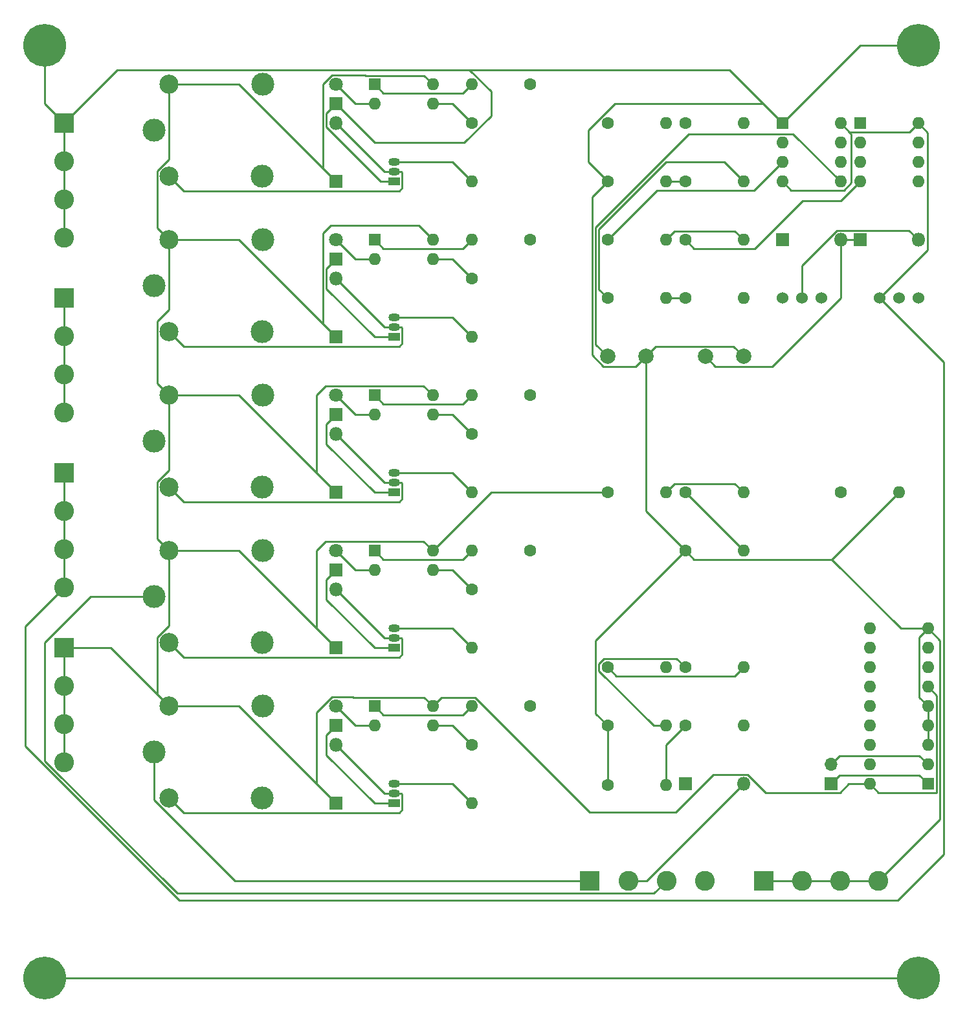
<source format=gbr>
%TF.GenerationSoftware,KiCad,Pcbnew,7.0.7-7.0.7~ubuntu22.04.1*%
%TF.CreationDate,2023-08-30T14:27:08-06:00*%
%TF.ProjectId,PWM_PCB,50574d5f-5043-4422-9e6b-696361645f70,rev?*%
%TF.SameCoordinates,Original*%
%TF.FileFunction,Copper,L1,Top*%
%TF.FilePolarity,Positive*%
%FSLAX46Y46*%
G04 Gerber Fmt 4.6, Leading zero omitted, Abs format (unit mm)*
G04 Created by KiCad (PCBNEW 7.0.7-7.0.7~ubuntu22.04.1) date 2023-08-30 14:27:08*
%MOMM*%
%LPD*%
G01*
G04 APERTURE LIST*
%TA.AperFunction,ComponentPad*%
%ADD10C,1.600000*%
%TD*%
%TA.AperFunction,ComponentPad*%
%ADD11O,1.600000X1.600000*%
%TD*%
%TA.AperFunction,ComponentPad*%
%ADD12R,1.600000X1.600000*%
%TD*%
%TA.AperFunction,ComponentPad*%
%ADD13R,1.800000X1.800000*%
%TD*%
%TA.AperFunction,ComponentPad*%
%ADD14O,1.800000X1.800000*%
%TD*%
%TA.AperFunction,ComponentPad*%
%ADD15C,1.524000*%
%TD*%
%TA.AperFunction,ComponentPad*%
%ADD16C,3.000000*%
%TD*%
%TA.AperFunction,ComponentPad*%
%ADD17C,2.500000*%
%TD*%
%TA.AperFunction,ComponentPad*%
%ADD18R,2.600000X2.600000*%
%TD*%
%TA.AperFunction,ComponentPad*%
%ADD19C,2.600000*%
%TD*%
%TA.AperFunction,ComponentPad*%
%ADD20C,5.600000*%
%TD*%
%TA.AperFunction,ComponentPad*%
%ADD21C,2.000000*%
%TD*%
%TA.AperFunction,ComponentPad*%
%ADD22R,1.500000X1.050000*%
%TD*%
%TA.AperFunction,ComponentPad*%
%ADD23O,1.500000X1.050000*%
%TD*%
%TA.AperFunction,ComponentPad*%
%ADD24R,1.700000X1.700000*%
%TD*%
%TA.AperFunction,ComponentPad*%
%ADD25O,1.700000X1.700000*%
%TD*%
%TA.AperFunction,ComponentPad*%
%ADD26C,1.800000*%
%TD*%
%TA.AperFunction,Conductor*%
%ADD27C,0.250000*%
%TD*%
G04 APERTURE END LIST*
D10*
%TO.P,R5,1*%
%TO.N,Net-(D10-K)*%
X162560000Y-45720000D03*
D11*
%TO.P,R5,2*%
%TO.N,Net-(R5-Pad2)*%
X170180000Y-45720000D03*
%TD*%
D12*
%TO.P,U3,1,SCL*%
%TO.N,Net-(J5-Pin_1)*%
X204470000Y-124460000D03*
D11*
%TO.P,U3,2,SDA*%
%TO.N,Net-(J5-Pin_2)*%
X204470000Y-121920000D03*
%TO.P,U3,3,A2*%
%TO.N,Net-(D10-K)*%
X204470000Y-119380000D03*
%TO.P,U3,4,A1*%
X204470000Y-116840000D03*
%TO.P,U3,5,A0*%
X204470000Y-114300000D03*
%TO.P,U3,6,~{RESET}*%
%TO.N,Net-(D11-K)*%
X204470000Y-111760000D03*
%TO.P,U3,7,NC*%
%TO.N,unconnected-(U3-NC-Pad7)*%
X204470000Y-109220000D03*
%TO.P,U3,8,INT*%
%TO.N,unconnected-(U3-INT-Pad8)*%
X204470000Y-106680000D03*
%TO.P,U3,9,VSS*%
%TO.N,Net-(D10-K)*%
X204470000Y-104140000D03*
%TO.P,U3,10,GP0*%
%TO.N,Net-(U3-GP0)*%
X196850000Y-104140000D03*
%TO.P,U3,11,GP1*%
%TO.N,Net-(U3-GP1)*%
X196850000Y-106680000D03*
%TO.P,U3,12,GP2*%
%TO.N,Net-(U3-GP2)*%
X196850000Y-109220000D03*
%TO.P,U3,13,GP3*%
%TO.N,Net-(U3-GP3)*%
X196850000Y-111760000D03*
%TO.P,U3,14,GP4*%
%TO.N,Net-(U3-GP4)*%
X196850000Y-114300000D03*
%TO.P,U3,15,GP5*%
%TO.N,unconnected-(U3-GP5-Pad15)*%
X196850000Y-116840000D03*
%TO.P,U3,16,GP6*%
%TO.N,unconnected-(U3-GP6-Pad16)*%
X196850000Y-119380000D03*
%TO.P,U3,17,GP7*%
%TO.N,unconnected-(U3-GP7-Pad17)*%
X196850000Y-121920000D03*
%TO.P,U3,18,VDD*%
%TO.N,Net-(D11-K)*%
X196850000Y-124460000D03*
%TD*%
D13*
%TO.P,D13,1,K*%
%TO.N,Net-(D11-K)*%
X127000000Y-127000000D03*
D14*
%TO.P,D13,2,A*%
%TO.N,Net-(D13-A)*%
X127000000Y-119380000D03*
%TD*%
D12*
%TO.P,U2,1*%
%TO.N,Net-(R10-Pad2)*%
X195580000Y-38100000D03*
D11*
%TO.P,U2,2,-*%
%TO.N,Net-(U2--)*%
X195580000Y-40640000D03*
%TO.P,U2,3,+*%
%TO.N,Net-(U2-+)*%
X195580000Y-43180000D03*
%TO.P,U2,4,V-*%
%TO.N,Net-(J6-Pin_1)*%
X195580000Y-45720000D03*
%TO.P,U2,5*%
%TO.N,N/C*%
X203200000Y-45720000D03*
%TO.P,U2,6*%
X203200000Y-43180000D03*
%TO.P,U2,7*%
X203200000Y-40640000D03*
%TO.P,U2,8,V+*%
%TO.N,Net-(J4-Pin_1)*%
X203200000Y-38100000D03*
%TD*%
D12*
%TO.P,U8,1*%
%TO.N,Net-(R24-Pad2)*%
X132080000Y-114300000D03*
D11*
%TO.P,U8,2*%
%TO.N,Net-(D10-A)*%
X132080000Y-116840000D03*
%TO.P,U8,3*%
%TO.N,Net-(R27-Pad1)*%
X139700000Y-116840000D03*
%TO.P,U8,4*%
%TO.N,Net-(D11-K)*%
X139700000Y-114300000D03*
%TD*%
D10*
%TO.P,R9,1*%
%TO.N,Net-(J6-Pin_1)*%
X172720000Y-53340000D03*
D11*
%TO.P,R9,2*%
%TO.N,Net-(U2-+)*%
X180340000Y-53340000D03*
%TD*%
D13*
%TO.P,D4,1,K*%
%TO.N,Net-(D11-K)*%
X127000000Y-45720000D03*
D14*
%TO.P,D4,2,A*%
%TO.N,Net-(D4-A)*%
X127000000Y-38100000D03*
%TD*%
D10*
%TO.P,R27,1*%
%TO.N,Net-(R27-Pad1)*%
X144780000Y-119380000D03*
D11*
%TO.P,R27,2*%
%TO.N,Net-(Q5-B)*%
X144780000Y-127000000D03*
%TD*%
D10*
%TO.P,R18,1*%
%TO.N,Net-(R18-Pad1)*%
X144780000Y-38100000D03*
D11*
%TO.P,R18,2*%
%TO.N,Net-(Q1-B)*%
X144780000Y-45720000D03*
%TD*%
D10*
%TO.P,R26,1*%
%TO.N,Net-(R26-Pad1)*%
X144780000Y-99060000D03*
D11*
%TO.P,R26,2*%
%TO.N,Net-(Q4-B)*%
X144780000Y-106680000D03*
%TD*%
D15*
%TO.P,RV1,1,1*%
%TO.N,unconnected-(RV1-Pad1)*%
X185420000Y-60960000D03*
%TO.P,RV1,2,2*%
%TO.N,Net-(D1-A)*%
X187960000Y-60960000D03*
%TO.P,RV1,3,3*%
%TO.N,Net-(R1-Pad1)*%
X190500000Y-60960000D03*
%TD*%
D10*
%TO.P,R12,1*%
%TO.N,Net-(K4-Pad3)*%
X193040000Y-86360000D03*
D11*
%TO.P,R12,2*%
%TO.N,Net-(D10-K)*%
X200660000Y-86360000D03*
%TD*%
D13*
%TO.P,D12,1,K*%
%TO.N,Net-(D11-K)*%
X127000000Y-106680000D03*
D14*
%TO.P,D12,2,A*%
%TO.N,Net-(D12-A)*%
X127000000Y-99060000D03*
%TD*%
D16*
%TO.P,K3,1*%
%TO.N,Net-(K2-Pad3)*%
X103260000Y-79610000D03*
D17*
%TO.P,K3,2*%
%TO.N,Net-(D11-A)*%
X105210000Y-85660000D03*
D16*
%TO.P,K3,3*%
%TO.N,Net-(K3-Pad3)*%
X117410000Y-85660000D03*
%TO.P,K3,4*%
%TO.N,unconnected-(K3-Pad4)*%
X117460000Y-73610000D03*
D17*
%TO.P,K3,5*%
%TO.N,Net-(D11-K)*%
X105210000Y-73660000D03*
%TD*%
D10*
%TO.P,R8,1*%
%TO.N,Net-(U1-OUT)*%
X162560000Y-53340000D03*
D11*
%TO.P,R8,2*%
%TO.N,Net-(U2-+)*%
X170180000Y-53340000D03*
%TD*%
D15*
%TO.P,RV2,1,1*%
%TO.N,Net-(J4-Pin_1)*%
X198120000Y-60960000D03*
%TO.P,RV2,2,2*%
%TO.N,Net-(R2-Pad1)*%
X200660000Y-60960000D03*
%TO.P,RV2,3,3*%
%TO.N,unconnected-(RV2-Pad3)*%
X203200000Y-60960000D03*
%TD*%
D18*
%TO.P,J1,1,Pin_1*%
%TO.N,Net-(J1-Pin_1)*%
X160260000Y-137160000D03*
D19*
%TO.P,J1,2,Pin_2*%
%TO.N,Net-(D3-A)*%
X165260000Y-137160000D03*
%TO.P,J1,3,Pin_3*%
%TO.N,Net-(J1-Pin_3)*%
X170260000Y-137160000D03*
%TO.P,J1,4,Pin_4*%
%TO.N,Net-(J1-Pin_4)*%
X175260000Y-137160000D03*
%TD*%
D20*
%TO.P,,1*%
%TO.N,Net-(D10-K)*%
X203200000Y-27940000D03*
%TD*%
D18*
%TO.P,J6,1,Pin_1*%
%TO.N,Net-(J6-Pin_1)*%
X91440000Y-60960000D03*
D19*
%TO.P,J6,2,Pin_2*%
X91440000Y-65960000D03*
%TO.P,J6,3,Pin_3*%
X91440000Y-70960000D03*
%TO.P,J6,4,Pin_4*%
X91440000Y-75960000D03*
%TD*%
D10*
%TO.P,R20,1*%
%TO.N,Net-(U3-GP0)*%
X152400000Y-33020000D03*
D11*
%TO.P,R20,2*%
%TO.N,Net-(R20-Pad2)*%
X144780000Y-33020000D03*
%TD*%
D18*
%TO.P,J4,1,Pin_1*%
%TO.N,Net-(J4-Pin_1)*%
X91440000Y-83820000D03*
D19*
%TO.P,J4,2,Pin_2*%
X91440000Y-88820000D03*
%TO.P,J4,3,Pin_3*%
X91440000Y-93820000D03*
%TO.P,J4,4,Pin_4*%
X91440000Y-98820000D03*
%TD*%
D10*
%TO.P,R3,1*%
%TO.N,Net-(R3-Pad1)*%
X172720000Y-86360000D03*
D11*
%TO.P,R3,2*%
%TO.N,Net-(K5-Pad3)*%
X180340000Y-86360000D03*
%TD*%
D12*
%TO.P,U5,1*%
%TO.N,Net-(R21-Pad2)*%
X132080000Y-53340000D03*
D11*
%TO.P,U5,2*%
%TO.N,Net-(D7-A)*%
X132080000Y-55880000D03*
%TO.P,U5,3*%
%TO.N,Net-(R19-Pad1)*%
X139700000Y-55880000D03*
%TO.P,U5,4*%
%TO.N,Net-(D11-K)*%
X139700000Y-53340000D03*
%TD*%
D16*
%TO.P,K5,1*%
%TO.N,Net-(J1-Pin_1)*%
X103260000Y-120250000D03*
D17*
%TO.P,K5,2*%
%TO.N,Net-(D13-A)*%
X105210000Y-126300000D03*
D16*
%TO.P,K5,3*%
%TO.N,Net-(K5-Pad3)*%
X117410000Y-126300000D03*
%TO.P,K5,4*%
%TO.N,unconnected-(K5-Pad4)*%
X117460000Y-114250000D03*
D17*
%TO.P,K5,5*%
%TO.N,Net-(D11-K)*%
X105210000Y-114300000D03*
%TD*%
D10*
%TO.P,R22,1*%
%TO.N,Net-(U3-GP2)*%
X152400000Y-73660000D03*
D11*
%TO.P,R22,2*%
%TO.N,Net-(R22-Pad2)*%
X144780000Y-73660000D03*
%TD*%
D10*
%TO.P,R25,1*%
%TO.N,Net-(R25-Pad1)*%
X144780000Y-78740000D03*
D11*
%TO.P,R25,2*%
%TO.N,Net-(Q3-B)*%
X144780000Y-86360000D03*
%TD*%
D21*
%TO.P,C2,1*%
%TO.N,Net-(D1-K)*%
X175340000Y-68580000D03*
%TO.P,C2,2*%
%TO.N,Net-(D10-K)*%
X180340000Y-68580000D03*
%TD*%
D22*
%TO.P,Q4,1,E*%
%TO.N,Net-(D10-K)*%
X134620000Y-106680000D03*
D23*
%TO.P,Q4,2,C*%
%TO.N,Net-(D12-A)*%
X134620000Y-105410000D03*
%TO.P,Q4,3,B*%
%TO.N,Net-(Q4-B)*%
X134620000Y-104140000D03*
%TD*%
D10*
%TO.P,R4,1*%
%TO.N,Net-(D11-K)*%
X162560000Y-86360000D03*
D11*
%TO.P,R4,2*%
%TO.N,Net-(K5-Pad3)*%
X170180000Y-86360000D03*
%TD*%
D12*
%TO.P,U4,1*%
%TO.N,Net-(R20-Pad2)*%
X132080000Y-33020000D03*
D11*
%TO.P,U4,2*%
%TO.N,Net-(D6-A)*%
X132080000Y-35560000D03*
%TO.P,U4,3*%
%TO.N,Net-(R18-Pad1)*%
X139700000Y-35560000D03*
%TO.P,U4,4*%
%TO.N,Net-(D11-K)*%
X139700000Y-33020000D03*
%TD*%
D13*
%TO.P,D11,1,K*%
%TO.N,Net-(D11-K)*%
X127000000Y-86360000D03*
D14*
%TO.P,D11,2,A*%
%TO.N,Net-(D11-A)*%
X127000000Y-78740000D03*
%TD*%
D10*
%TO.P,R16,1*%
%TO.N,Net-(R16-Pad1)*%
X172720000Y-116840000D03*
D11*
%TO.P,R16,2*%
%TO.N,Net-(K3-Pad3)*%
X180340000Y-116840000D03*
%TD*%
D24*
%TO.P,J5,1,Pin_1*%
%TO.N,Net-(J5-Pin_1)*%
X191770000Y-124460000D03*
D25*
%TO.P,J5,2,Pin_2*%
%TO.N,Net-(J5-Pin_2)*%
X191770000Y-121920000D03*
%TD*%
D10*
%TO.P,R6,1*%
%TO.N,Net-(D10-K)*%
X172720000Y-93980000D03*
D11*
%TO.P,R6,2*%
%TO.N,Net-(R3-Pad1)*%
X180340000Y-93980000D03*
%TD*%
D18*
%TO.P,J2,1,Pin_1*%
%TO.N,Net-(D10-K)*%
X183000000Y-137160000D03*
D19*
%TO.P,J2,2,Pin_2*%
X188000000Y-137160000D03*
%TO.P,J2,3,Pin_3*%
X193000000Y-137160000D03*
%TO.P,J2,4,Pin_4*%
X198000000Y-137160000D03*
%TD*%
D13*
%TO.P,D2,1,K*%
%TO.N,Net-(D2-K)*%
X185420000Y-53340000D03*
D14*
%TO.P,D2,2,A*%
%TO.N,Net-(D1-K)*%
X193040000Y-53340000D03*
%TD*%
D16*
%TO.P,K4,1*%
%TO.N,Net-(J1-Pin_3)*%
X103260000Y-99930000D03*
D17*
%TO.P,K4,2*%
%TO.N,Net-(D12-A)*%
X105210000Y-105980000D03*
D16*
%TO.P,K4,3*%
%TO.N,Net-(K4-Pad3)*%
X117410000Y-105980000D03*
%TO.P,K4,4*%
%TO.N,unconnected-(K4-Pad4)*%
X117460000Y-93930000D03*
D17*
%TO.P,K4,5*%
%TO.N,Net-(D11-K)*%
X105210000Y-93980000D03*
%TD*%
D10*
%TO.P,R14,1*%
%TO.N,Net-(R14-Pad1)*%
X172720000Y-109220000D03*
D11*
%TO.P,R14,2*%
%TO.N,Net-(R13-Pad1)*%
X180340000Y-109220000D03*
%TD*%
D22*
%TO.P,Q1,1,E*%
%TO.N,Net-(D10-K)*%
X134620000Y-45720000D03*
D23*
%TO.P,Q1,2,C*%
%TO.N,Net-(D4-A)*%
X134620000Y-44450000D03*
%TO.P,Q1,3,B*%
%TO.N,Net-(Q1-B)*%
X134620000Y-43180000D03*
%TD*%
D13*
%TO.P,D9,1,K*%
%TO.N,Net-(D10-K)*%
X127000000Y-96520000D03*
D26*
%TO.P,D9,2,A*%
%TO.N,Net-(D9-A)*%
X127000000Y-93980000D03*
%TD*%
D10*
%TO.P,R15,1*%
%TO.N,Net-(D10-K)*%
X162560000Y-116840000D03*
D11*
%TO.P,R15,2*%
%TO.N,Net-(R14-Pad1)*%
X170180000Y-116840000D03*
%TD*%
D13*
%TO.P,D7,1,K*%
%TO.N,Net-(D10-K)*%
X127000000Y-55880000D03*
D26*
%TO.P,D7,2,A*%
%TO.N,Net-(D7-A)*%
X127000000Y-53340000D03*
%TD*%
D10*
%TO.P,R17,1*%
%TO.N,Net-(D10-K)*%
X162560000Y-124630000D03*
D11*
%TO.P,R17,2*%
%TO.N,Net-(R16-Pad1)*%
X170180000Y-124630000D03*
%TD*%
D22*
%TO.P,Q2,1,E*%
%TO.N,Net-(D10-K)*%
X134620000Y-66040000D03*
D23*
%TO.P,Q2,2,C*%
%TO.N,Net-(D5-A)*%
X134620000Y-64770000D03*
%TO.P,Q2,3,B*%
%TO.N,Net-(Q2-B)*%
X134620000Y-63500000D03*
%TD*%
D10*
%TO.P,R10,1*%
%TO.N,Net-(U2--)*%
X162560000Y-60960000D03*
D11*
%TO.P,R10,2*%
%TO.N,Net-(R10-Pad2)*%
X170180000Y-60960000D03*
%TD*%
D13*
%TO.P,D8,1,K*%
%TO.N,Net-(D10-K)*%
X127000000Y-76200000D03*
D26*
%TO.P,D8,2,A*%
%TO.N,Net-(D8-A)*%
X127000000Y-73660000D03*
%TD*%
D22*
%TO.P,Q5,1,E*%
%TO.N,Net-(D10-K)*%
X134620000Y-127000000D03*
D23*
%TO.P,Q5,2,C*%
%TO.N,Net-(D13-A)*%
X134620000Y-125730000D03*
%TO.P,Q5,3,B*%
%TO.N,Net-(Q5-B)*%
X134620000Y-124460000D03*
%TD*%
D10*
%TO.P,R21,1*%
%TO.N,Net-(U3-GP1)*%
X152400000Y-53340000D03*
D11*
%TO.P,R21,2*%
%TO.N,Net-(R21-Pad2)*%
X144780000Y-53340000D03*
%TD*%
D13*
%TO.P,D3,1,K*%
%TO.N,Net-(D3-K)*%
X172720000Y-124460000D03*
D14*
%TO.P,D3,2,A*%
%TO.N,Net-(D3-A)*%
X180340000Y-124460000D03*
%TD*%
D13*
%TO.P,D5,1,K*%
%TO.N,Net-(D11-K)*%
X127000000Y-66040000D03*
D14*
%TO.P,D5,2,A*%
%TO.N,Net-(D5-A)*%
X127000000Y-58420000D03*
%TD*%
D16*
%TO.P,K1,1*%
%TO.N,Net-(K1-Pad1)*%
X103260000Y-38970000D03*
D17*
%TO.P,K1,2*%
%TO.N,Net-(D4-A)*%
X105210000Y-45020000D03*
D16*
%TO.P,K1,3*%
%TO.N,Net-(J1-Pin_4)*%
X117410000Y-45020000D03*
%TO.P,K1,4*%
%TO.N,unconnected-(K1-Pad4)*%
X117460000Y-32970000D03*
D17*
%TO.P,K1,5*%
%TO.N,Net-(D11-K)*%
X105210000Y-33020000D03*
%TD*%
D10*
%TO.P,R13,1*%
%TO.N,Net-(R13-Pad1)*%
X162560000Y-109220000D03*
D11*
%TO.P,R13,2*%
%TO.N,Net-(K2-Pad3)*%
X170180000Y-109220000D03*
%TD*%
D18*
%TO.P,J3,1,Pin_1*%
%TO.N,Net-(D10-K)*%
X91440000Y-38100000D03*
D19*
%TO.P,J3,2,Pin_2*%
X91440000Y-43100000D03*
%TO.P,J3,3,Pin_3*%
X91440000Y-48100000D03*
%TO.P,J3,4,Pin_4*%
X91440000Y-53100000D03*
%TD*%
D12*
%TO.P,U1,1,GND*%
%TO.N,Net-(D10-K)*%
X185420000Y-38100000D03*
D11*
%TO.P,U1,2,TR*%
%TO.N,Net-(D1-K)*%
X185420000Y-40640000D03*
%TO.P,U1,3,OUT*%
%TO.N,Net-(U1-OUT)*%
X185420000Y-43180000D03*
%TO.P,U1,4,RST*%
%TO.N,Net-(J4-Pin_1)*%
X185420000Y-45720000D03*
%TO.P,U1,5,CTL*%
%TO.N,Net-(U1-CTL)*%
X193040000Y-45720000D03*
%TO.P,U1,6,TH*%
%TO.N,Net-(D1-K)*%
X193040000Y-43180000D03*
%TO.P,U1,7,DIS*%
%TO.N,Net-(D1-A)*%
X193040000Y-40640000D03*
%TO.P,U1,8,VCC*%
%TO.N,Net-(J4-Pin_1)*%
X193040000Y-38100000D03*
%TD*%
D12*
%TO.P,U7,1*%
%TO.N,Net-(R23-Pad2)*%
X132080000Y-93980000D03*
D11*
%TO.P,U7,2*%
%TO.N,Net-(D9-A)*%
X132080000Y-96520000D03*
%TO.P,U7,3*%
%TO.N,Net-(R26-Pad1)*%
X139700000Y-96520000D03*
%TO.P,U7,4*%
%TO.N,Net-(D11-K)*%
X139700000Y-93980000D03*
%TD*%
D10*
%TO.P,R7,1*%
%TO.N,Net-(R5-Pad2)*%
X172720000Y-45720000D03*
D11*
%TO.P,R7,2*%
%TO.N,Net-(U2--)*%
X180340000Y-45720000D03*
%TD*%
D13*
%TO.P,D1,1,K*%
%TO.N,Net-(D1-K)*%
X195580000Y-53340000D03*
D14*
%TO.P,D1,2,A*%
%TO.N,Net-(D1-A)*%
X203200000Y-53340000D03*
%TD*%
D12*
%TO.P,U6,1*%
%TO.N,Net-(R22-Pad2)*%
X132080000Y-73660000D03*
D11*
%TO.P,U6,2*%
%TO.N,Net-(D8-A)*%
X132080000Y-76200000D03*
%TO.P,U6,3*%
%TO.N,Net-(R25-Pad1)*%
X139700000Y-76200000D03*
%TO.P,U6,4*%
%TO.N,Net-(D11-K)*%
X139700000Y-73660000D03*
%TD*%
D13*
%TO.P,D6,1,K*%
%TO.N,Net-(D10-K)*%
X127000000Y-35560000D03*
D26*
%TO.P,D6,2,A*%
%TO.N,Net-(D6-A)*%
X127000000Y-33020000D03*
%TD*%
D10*
%TO.P,R2,1*%
%TO.N,Net-(R2-Pad1)*%
X172720000Y-38100000D03*
D11*
%TO.P,R2,2*%
%TO.N,Net-(D1-A)*%
X180340000Y-38100000D03*
%TD*%
D10*
%TO.P,R23,1*%
%TO.N,Net-(U3-GP3)*%
X152400000Y-93980000D03*
D11*
%TO.P,R23,2*%
%TO.N,Net-(R23-Pad2)*%
X144780000Y-93980000D03*
%TD*%
D10*
%TO.P,R11,1*%
%TO.N,Net-(R10-Pad2)*%
X172720000Y-60960000D03*
D11*
%TO.P,R11,2*%
%TO.N,Net-(K1-Pad1)*%
X180340000Y-60960000D03*
%TD*%
D20*
%TO.P,REF\u002A\u002A,1*%
%TO.N,Net-(D10-K)*%
X88900000Y-149860000D03*
%TD*%
D10*
%TO.P,R24,1*%
%TO.N,Net-(U3-GP4)*%
X152400000Y-114300000D03*
D11*
%TO.P,R24,2*%
%TO.N,Net-(R24-Pad2)*%
X144780000Y-114300000D03*
%TD*%
D10*
%TO.P,R19,1*%
%TO.N,Net-(R19-Pad1)*%
X144780000Y-58420000D03*
D11*
%TO.P,R19,2*%
%TO.N,Net-(Q2-B)*%
X144780000Y-66040000D03*
%TD*%
D18*
%TO.P,J7,1,Pin_1*%
%TO.N,Net-(D11-K)*%
X91440000Y-106680000D03*
D19*
%TO.P,J7,2,Pin_2*%
X91440000Y-111680000D03*
%TO.P,J7,3,Pin_3*%
X91440000Y-116680000D03*
%TO.P,J7,4,Pin_4*%
X91440000Y-121680000D03*
%TD*%
D16*
%TO.P,K2,1*%
%TO.N,Net-(D3-K)*%
X103260000Y-59290000D03*
D17*
%TO.P,K2,2*%
%TO.N,Net-(D5-A)*%
X105210000Y-65340000D03*
D16*
%TO.P,K2,3*%
%TO.N,Net-(K2-Pad3)*%
X117410000Y-65340000D03*
%TO.P,K2,4*%
%TO.N,unconnected-(K2-Pad4)*%
X117460000Y-53290000D03*
D17*
%TO.P,K2,5*%
%TO.N,Net-(D11-K)*%
X105210000Y-53340000D03*
%TD*%
D20*
%TO.P,,1*%
%TO.N,Net-(D10-K)*%
X88900000Y-27940000D03*
%TD*%
D22*
%TO.P,Q3,1,E*%
%TO.N,Net-(D10-K)*%
X134620000Y-86360000D03*
D23*
%TO.P,Q3,2,C*%
%TO.N,Net-(D11-A)*%
X134620000Y-85090000D03*
%TO.P,Q3,3,B*%
%TO.N,Net-(Q3-B)*%
X134620000Y-83820000D03*
%TD*%
D13*
%TO.P,D10,1,K*%
%TO.N,Net-(D10-K)*%
X127000000Y-116840000D03*
D26*
%TO.P,D10,2,A*%
%TO.N,Net-(D10-A)*%
X127000000Y-114300000D03*
%TD*%
D10*
%TO.P,R1,1*%
%TO.N,Net-(R1-Pad1)*%
X162560000Y-38100000D03*
D11*
%TO.P,R1,2*%
%TO.N,Net-(D2-K)*%
X170180000Y-38100000D03*
%TD*%
D21*
%TO.P,C1,1*%
%TO.N,Net-(U1-CTL)*%
X162560000Y-68580000D03*
%TO.P,C1,2*%
%TO.N,Net-(D10-K)*%
X167560000Y-68580000D03*
%TD*%
D20*
%TO.P,,1*%
%TO.N,Net-(D10-K)*%
X203200000Y-149860000D03*
%TD*%
D27*
%TO.N,Net-(U1-CTL)*%
X173208604Y-39515000D02*
X186835000Y-39515000D01*
X162560000Y-68580000D02*
X160985000Y-67005000D01*
X160985000Y-51738604D02*
X173208604Y-39515000D01*
X160985000Y-67005000D02*
X160985000Y-51738604D01*
X186835000Y-39515000D02*
X193040000Y-45720000D01*
%TO.N,Net-(D1-K)*%
X195580000Y-53340000D02*
X193040000Y-53340000D01*
X176665000Y-69905000D02*
X184095000Y-69905000D01*
X175340000Y-68580000D02*
X176665000Y-69905000D01*
X184095000Y-69905000D02*
X193040000Y-60960000D01*
X193040000Y-60960000D02*
X193040000Y-53340000D01*
%TO.N,Net-(D1-A)*%
X192532588Y-52115000D02*
X201975000Y-52115000D01*
X187960000Y-60960000D02*
X187960000Y-56687588D01*
X187960000Y-56687588D02*
X192532588Y-52115000D01*
X201975000Y-52115000D02*
X203200000Y-53340000D01*
%TO.N,Net-(U2--)*%
X170180000Y-43180000D02*
X177800000Y-43180000D01*
X161435000Y-59835000D02*
X161435000Y-51925000D01*
X161435000Y-51925000D02*
X170180000Y-43180000D01*
X177800000Y-43180000D02*
X180340000Y-45720000D01*
X162560000Y-60960000D02*
X161435000Y-59835000D01*
%TO.N,Net-(U1-OUT)*%
X162560000Y-53340000D02*
X169055000Y-46845000D01*
X169055000Y-46845000D02*
X181755000Y-46845000D01*
X181755000Y-46845000D02*
X185420000Y-43180000D01*
%TO.N,Net-(U2-+)*%
X171305000Y-52215000D02*
X179215000Y-52215000D01*
X179215000Y-52215000D02*
X180340000Y-53340000D01*
X170180000Y-53340000D02*
X171305000Y-52215000D01*
%TO.N,Net-(J1-Pin_3)*%
X103260000Y-99930000D02*
X94940000Y-99930000D01*
X88900000Y-105970000D02*
X88900000Y-121438098D01*
X168635000Y-138785000D02*
X170260000Y-137160000D01*
X106246902Y-138785000D02*
X168635000Y-138785000D01*
X94940000Y-99930000D02*
X88900000Y-105970000D01*
X88900000Y-121438098D02*
X106246902Y-138785000D01*
%TO.N,Net-(J1-Pin_1)*%
X113842613Y-137160000D02*
X160260000Y-137160000D01*
X113842613Y-137160000D02*
X103260000Y-126577387D01*
X103260000Y-126577387D02*
X103260000Y-120250000D01*
%TO.N,Net-(J4-Pin_1)*%
X206495000Y-133703098D02*
X200498098Y-139700000D01*
X203200000Y-38100000D02*
X202075000Y-39225000D01*
X204425000Y-54655000D02*
X204425000Y-39325000D01*
X186545000Y-46845000D02*
X193505991Y-46845000D01*
X91440000Y-93820000D02*
X91440000Y-98820000D01*
X194165000Y-39225000D02*
X193040000Y-38100000D01*
X91440000Y-83820000D02*
X91440000Y-88820000D01*
X193505991Y-46845000D02*
X194455000Y-45895991D01*
X202075000Y-39225000D02*
X194165000Y-39225000D01*
X204425000Y-39325000D02*
X203200000Y-38100000D01*
X86360000Y-119534494D02*
X86360000Y-103900000D01*
X200498098Y-139700000D02*
X106525506Y-139700000D01*
X198120000Y-60960000D02*
X204425000Y-54655000D01*
X91440000Y-88820000D02*
X91440000Y-93820000D01*
X194455000Y-39515000D02*
X193040000Y-38100000D01*
X198120000Y-60960000D02*
X206495000Y-69335000D01*
X185420000Y-45720000D02*
X186545000Y-46845000D01*
X194455000Y-45895991D02*
X194455000Y-39515000D01*
X206495000Y-69335000D02*
X206495000Y-133703098D01*
X106525506Y-139700000D02*
X86360000Y-119534494D01*
X86360000Y-103900000D02*
X91440000Y-98820000D01*
%TO.N,Net-(D3-A)*%
X167640000Y-137160000D02*
X165260000Y-137160000D01*
X180340000Y-124460000D02*
X167640000Y-137160000D01*
%TO.N,Net-(J5-Pin_1)*%
X203345000Y-123335000D02*
X204470000Y-124460000D01*
X192895000Y-123335000D02*
X203345000Y-123335000D01*
X191770000Y-124460000D02*
X192895000Y-123335000D01*
%TO.N,Net-(J6-Pin_1)*%
X91440000Y-60960000D02*
X91440000Y-65960000D01*
X193040000Y-48260000D02*
X195580000Y-45720000D01*
X173845000Y-54465000D02*
X181845000Y-54465000D01*
X172720000Y-53340000D02*
X173845000Y-54465000D01*
X91440000Y-70960000D02*
X91440000Y-75960000D01*
X91440000Y-65960000D02*
X91440000Y-70960000D01*
X188050000Y-48260000D02*
X193040000Y-48260000D01*
X181845000Y-54465000D02*
X188050000Y-48260000D01*
%TO.N,Net-(J5-Pin_2)*%
X191770000Y-121920000D02*
X192895000Y-120795000D01*
X192895000Y-120795000D02*
X203345000Y-120795000D01*
X203345000Y-120795000D02*
X204470000Y-121920000D01*
%TO.N,Net-(R10-Pad2)*%
X172720000Y-60960000D02*
X170180000Y-60960000D01*
%TO.N,Net-(D4-A)*%
X107135000Y-46945000D02*
X135320000Y-46945000D01*
X127000000Y-38100000D02*
X133350000Y-44450000D01*
X135695000Y-46570000D02*
X135695000Y-44525000D01*
X105210000Y-45020000D02*
X107135000Y-46945000D01*
X135695000Y-44525000D02*
X135620000Y-44450000D01*
X135620000Y-44450000D02*
X134620000Y-44450000D01*
X135320000Y-46945000D02*
X135695000Y-46570000D01*
X133350000Y-44450000D02*
X134620000Y-44450000D01*
%TO.N,Net-(D5-A)*%
X105210000Y-65340000D02*
X107135000Y-67265000D01*
X135695000Y-64845000D02*
X135620000Y-64770000D01*
X107135000Y-67265000D02*
X135320000Y-67265000D01*
X133350000Y-64770000D02*
X134620000Y-64770000D01*
X135695000Y-66890000D02*
X135695000Y-64845000D01*
X135320000Y-67265000D02*
X135695000Y-66890000D01*
X127000000Y-58420000D02*
X133350000Y-64770000D01*
X135620000Y-64770000D02*
X134620000Y-64770000D01*
%TO.N,Net-(D6-A)*%
X127000000Y-33020000D02*
X129540000Y-35560000D01*
X129540000Y-35560000D02*
X132080000Y-35560000D01*
%TO.N,Net-(D7-A)*%
X127000000Y-53340000D02*
X129540000Y-55880000D01*
X129540000Y-55880000D02*
X132080000Y-55880000D01*
%TO.N,Net-(D8-A)*%
X127000000Y-73660000D02*
X129540000Y-76200000D01*
X129540000Y-76200000D02*
X132080000Y-76200000D01*
%TO.N,Net-(D9-A)*%
X129540000Y-96520000D02*
X132080000Y-96520000D01*
X127000000Y-93980000D02*
X129540000Y-96520000D01*
%TO.N,Net-(D10-K)*%
X167560000Y-68580000D02*
X166235000Y-69905000D01*
X132887588Y-45720000D02*
X134620000Y-45720000D01*
X132080000Y-127000000D02*
X134620000Y-127000000D01*
X125775000Y-59735000D02*
X132080000Y-66040000D01*
X125775000Y-77425000D02*
X125775000Y-80055000D01*
X160020000Y-39049009D02*
X163509009Y-35560000D01*
X144495991Y-31145000D02*
X147320000Y-33969009D01*
X195580000Y-27940000D02*
X185420000Y-38100000D01*
X179015000Y-67255000D02*
X180340000Y-68580000D01*
X172720000Y-93980000D02*
X167560000Y-88820000D01*
X206045000Y-129115000D02*
X206045000Y-105715000D01*
X172720000Y-93980000D02*
X173845000Y-95105000D01*
X162560000Y-124630000D02*
X162560000Y-116840000D01*
X125775000Y-97745000D02*
X125775000Y-100375000D01*
X162560000Y-45720000D02*
X160020000Y-43180000D01*
X182880000Y-35560000D02*
X185420000Y-38100000D01*
X125775000Y-57105000D02*
X125775000Y-59735000D01*
X132080000Y-66040000D02*
X134620000Y-66040000D01*
X127000000Y-116840000D02*
X125775000Y-118065000D01*
X163509009Y-35560000D02*
X182880000Y-35560000D01*
X206045000Y-105715000D02*
X204470000Y-104140000D01*
X204470000Y-104140000D02*
X200950000Y-104140000D01*
X127000000Y-35560000D02*
X125775000Y-36785000D01*
X203200000Y-27940000D02*
X195580000Y-27940000D01*
X204470000Y-116840000D02*
X204470000Y-119380000D01*
X91440000Y-38100000D02*
X98395000Y-31145000D01*
X143830991Y-40640000D02*
X132080000Y-40640000D01*
X88900000Y-35560000D02*
X91440000Y-38100000D01*
X98395000Y-31145000D02*
X178465000Y-31145000D01*
X198000000Y-137160000D02*
X206045000Y-129115000D01*
X162560000Y-116840000D02*
X160985000Y-115265000D01*
X178465000Y-31145000D02*
X185420000Y-38100000D01*
X160985000Y-105715000D02*
X172720000Y-93980000D01*
X188000000Y-137160000D02*
X193000000Y-137160000D01*
X203345000Y-105265000D02*
X204470000Y-104140000D01*
X160535000Y-47745000D02*
X162560000Y-45720000D01*
X125775000Y-120695000D02*
X132080000Y-127000000D01*
X160535000Y-68428833D02*
X160535000Y-47745000D01*
X98395000Y-31145000D02*
X144495991Y-31145000D01*
X132080000Y-40640000D02*
X127000000Y-35560000D01*
X125775000Y-38607412D02*
X132887588Y-45720000D01*
X191915000Y-95105000D02*
X200660000Y-86360000D01*
X147320000Y-33969009D02*
X147320000Y-37150991D01*
X167560000Y-88820000D02*
X167560000Y-68580000D01*
X193000000Y-137160000D02*
X198000000Y-137160000D01*
X91440000Y-38100000D02*
X91440000Y-43100000D01*
X88900000Y-27940000D02*
X88900000Y-35560000D01*
X125775000Y-100375000D02*
X132080000Y-106680000D01*
X127000000Y-76200000D02*
X125775000Y-77425000D01*
X183000000Y-137160000D02*
X188000000Y-137160000D01*
X132080000Y-106680000D02*
X134620000Y-106680000D01*
X125775000Y-36785000D02*
X125775000Y-38607412D01*
X127000000Y-96520000D02*
X125775000Y-97745000D01*
X173845000Y-95105000D02*
X191915000Y-95105000D01*
X160020000Y-43180000D02*
X160020000Y-39049009D01*
X166235000Y-69905000D02*
X162011167Y-69905000D01*
X127000000Y-55880000D02*
X125775000Y-57105000D01*
X167560000Y-68580000D02*
X168885000Y-67255000D01*
X168885000Y-67255000D02*
X179015000Y-67255000D01*
X91440000Y-48100000D02*
X91440000Y-53100000D01*
X91440000Y-43100000D02*
X91440000Y-48100000D01*
X203345000Y-113175000D02*
X203345000Y-105265000D01*
X125775000Y-80055000D02*
X132080000Y-86360000D01*
X204470000Y-114300000D02*
X204470000Y-116840000D01*
X200950000Y-104140000D02*
X191915000Y-95105000D01*
X162011167Y-69905000D02*
X160535000Y-68428833D01*
X125775000Y-118065000D02*
X125775000Y-120695000D01*
X204470000Y-114300000D02*
X203345000Y-113175000D01*
X132080000Y-86360000D02*
X134620000Y-86360000D01*
X160985000Y-115265000D02*
X160985000Y-105715000D01*
X147320000Y-37150991D02*
X143830991Y-40640000D01*
X88900000Y-149860000D02*
X203200000Y-149860000D01*
%TO.N,Net-(D10-A)*%
X127000000Y-114300000D02*
X129540000Y-116840000D01*
X129540000Y-116840000D02*
X132080000Y-116840000D01*
%TO.N,Net-(D11-K)*%
X205595000Y-125585000D02*
X197975000Y-125585000D01*
X147320000Y-86360000D02*
X139700000Y-93980000D01*
X103635000Y-112725000D02*
X105210000Y-114300000D01*
X105210000Y-93980000D02*
X105210000Y-103752613D01*
X91440000Y-116680000D02*
X91440000Y-111680000D01*
X105210000Y-114300000D02*
X114300000Y-114300000D01*
X105210000Y-73660000D02*
X105210000Y-83432613D01*
X114300000Y-93980000D02*
X127000000Y-106680000D01*
X126492588Y-113075000D02*
X124460000Y-115107588D01*
X183247412Y-125635000D02*
X180847412Y-123235000D01*
X139700000Y-33020000D02*
X138575000Y-31895000D01*
X105210000Y-73660000D02*
X114300000Y-73660000D01*
X160195991Y-128125000D02*
X145245991Y-113175000D01*
X103635000Y-64005000D02*
X103635000Y-72085000D01*
X105210000Y-83432613D02*
X103635000Y-85007613D01*
X138575000Y-113175000D02*
X129350000Y-113175000D01*
X125325000Y-32962588D02*
X125325000Y-44045000D01*
X138475000Y-72435000D02*
X125685000Y-72435000D01*
X105210000Y-53340000D02*
X114300000Y-53340000D01*
X180847412Y-123235000D02*
X176395000Y-123235000D01*
X139700000Y-93980000D02*
X138475000Y-92755000D01*
X91440000Y-106680000D02*
X91440000Y-111680000D01*
X105210000Y-53340000D02*
X105210000Y-62430000D01*
X194120000Y-124460000D02*
X192945000Y-125635000D01*
X91440000Y-121680000D02*
X91440000Y-116680000D01*
X205595000Y-112885000D02*
X205595000Y-125585000D01*
X176395000Y-123235000D02*
X171505000Y-128125000D01*
X129250000Y-113075000D02*
X126492588Y-113075000D01*
X139700000Y-53340000D02*
X137825000Y-51465000D01*
X103635000Y-51765000D02*
X105210000Y-53340000D01*
X197975000Y-125585000D02*
X196850000Y-124460000D01*
X126335000Y-51465000D02*
X125325000Y-52475000D01*
X139700000Y-73660000D02*
X138475000Y-72435000D01*
X125685000Y-72435000D02*
X124460000Y-73660000D01*
X126492588Y-31795000D02*
X125325000Y-32962588D01*
X130855000Y-31795000D02*
X126492588Y-31795000D01*
X125325000Y-52475000D02*
X125325000Y-64365000D01*
X192945000Y-125635000D02*
X183247412Y-125635000D01*
X114300000Y-114300000D02*
X127000000Y-127000000D01*
X139700000Y-114300000D02*
X138575000Y-113175000D01*
X97590000Y-106680000D02*
X105210000Y-114300000D01*
X114300000Y-73660000D02*
X127000000Y-86360000D01*
X103635000Y-92405000D02*
X105210000Y-93980000D01*
X124460000Y-115107588D02*
X124460000Y-124460000D01*
X103635000Y-72085000D02*
X105210000Y-73660000D01*
X105210000Y-33020000D02*
X114300000Y-33020000D01*
X171505000Y-128125000D02*
X160195991Y-128125000D01*
X145245991Y-113175000D02*
X140825000Y-113175000D01*
X105210000Y-33020000D02*
X105210000Y-42792613D01*
X103635000Y-44367613D02*
X103635000Y-51765000D01*
X91440000Y-106680000D02*
X97590000Y-106680000D01*
X124460000Y-93980000D02*
X124460000Y-104140000D01*
X204470000Y-111760000D02*
X205595000Y-112885000D01*
X137825000Y-51465000D02*
X126335000Y-51465000D01*
X105210000Y-42792613D02*
X103635000Y-44367613D01*
X124460000Y-104140000D02*
X127000000Y-106680000D01*
X130955000Y-31895000D02*
X130855000Y-31795000D01*
X105210000Y-103752613D02*
X103635000Y-105327613D01*
X114300000Y-33020000D02*
X127000000Y-45720000D01*
X125685000Y-92755000D02*
X124460000Y-93980000D01*
X103635000Y-85007613D02*
X103635000Y-92405000D01*
X138575000Y-31895000D02*
X130955000Y-31895000D01*
X105210000Y-93980000D02*
X114300000Y-93980000D01*
X124460000Y-83820000D02*
X127000000Y-86360000D01*
X162560000Y-86360000D02*
X147320000Y-86360000D01*
X140825000Y-113175000D02*
X139700000Y-114300000D01*
X124460000Y-73660000D02*
X124460000Y-83820000D01*
X129350000Y-113175000D02*
X129250000Y-113075000D01*
X196850000Y-124460000D02*
X194120000Y-124460000D01*
X138475000Y-92755000D02*
X125685000Y-92755000D01*
X125325000Y-44045000D02*
X127000000Y-45720000D01*
X105210000Y-62430000D02*
X103635000Y-64005000D01*
X114300000Y-53340000D02*
X127000000Y-66040000D01*
X125325000Y-64365000D02*
X127000000Y-66040000D01*
X124460000Y-124460000D02*
X127000000Y-127000000D01*
X103635000Y-105327613D02*
X103635000Y-112725000D01*
%TO.N,Net-(D11-A)*%
X135695000Y-85165000D02*
X135620000Y-85090000D01*
X135320000Y-87585000D02*
X135695000Y-87210000D01*
X133350000Y-85090000D02*
X134620000Y-85090000D01*
X127000000Y-78740000D02*
X133350000Y-85090000D01*
X107135000Y-87585000D02*
X135320000Y-87585000D01*
X135620000Y-85090000D02*
X134620000Y-85090000D01*
X135695000Y-87210000D02*
X135695000Y-85165000D01*
X105210000Y-85660000D02*
X107135000Y-87585000D01*
%TO.N,Net-(D12-A)*%
X133350000Y-105410000D02*
X134620000Y-105410000D01*
X135695000Y-105485000D02*
X135620000Y-105410000D01*
X107135000Y-107905000D02*
X135320000Y-107905000D01*
X135620000Y-105410000D02*
X134620000Y-105410000D01*
X127000000Y-99060000D02*
X133350000Y-105410000D01*
X105210000Y-105980000D02*
X107135000Y-107905000D01*
X135320000Y-107905000D02*
X135695000Y-107530000D01*
X135695000Y-107530000D02*
X135695000Y-105485000D01*
%TO.N,Net-(D13-A)*%
X135695000Y-127850000D02*
X135695000Y-125805000D01*
X107135000Y-128225000D02*
X135320000Y-128225000D01*
X133350000Y-125730000D02*
X134620000Y-125730000D01*
X127000000Y-119380000D02*
X133350000Y-125730000D01*
X135320000Y-128225000D02*
X135695000Y-127850000D01*
X135620000Y-125730000D02*
X134620000Y-125730000D01*
X105210000Y-126300000D02*
X107135000Y-128225000D01*
X135695000Y-125805000D02*
X135620000Y-125730000D01*
%TO.N,Net-(K5-Pad3)*%
X179215000Y-85235000D02*
X180340000Y-86360000D01*
X170180000Y-86360000D02*
X171305000Y-85235000D01*
X171305000Y-85235000D02*
X179215000Y-85235000D01*
%TO.N,Net-(R3-Pad1)*%
X172720000Y-86360000D02*
X180340000Y-93980000D01*
%TO.N,Net-(R5-Pad2)*%
X170180000Y-45720000D02*
X172720000Y-45720000D01*
%TO.N,Net-(R13-Pad1)*%
X163685000Y-110345000D02*
X162560000Y-109220000D01*
X180340000Y-109220000D02*
X179215000Y-110345000D01*
X179215000Y-110345000D02*
X163685000Y-110345000D01*
%TO.N,Net-(R19-Pad1)*%
X139700000Y-55880000D02*
X142240000Y-55880000D01*
X142240000Y-55880000D02*
X144780000Y-58420000D01*
%TO.N,Net-(R20-Pad2)*%
X143655000Y-34145000D02*
X133205000Y-34145000D01*
X144780000Y-33020000D02*
X143655000Y-34145000D01*
X133205000Y-34145000D02*
X132080000Y-33020000D01*
%TO.N,Net-(Q1-B)*%
X134620000Y-43180000D02*
X142240000Y-43180000D01*
X142240000Y-43180000D02*
X144780000Y-45720000D01*
%TO.N,Net-(Q2-B)*%
X134620000Y-63500000D02*
X142240000Y-63500000D01*
X142240000Y-63500000D02*
X144780000Y-66040000D01*
%TO.N,Net-(Q3-B)*%
X142240000Y-83820000D02*
X144780000Y-86360000D01*
X134620000Y-83820000D02*
X142240000Y-83820000D01*
%TO.N,Net-(Q4-B)*%
X142240000Y-104140000D02*
X144780000Y-106680000D01*
X134620000Y-104140000D02*
X142240000Y-104140000D01*
%TO.N,Net-(Q5-B)*%
X134620000Y-124460000D02*
X142240000Y-124460000D01*
X142240000Y-124460000D02*
X144780000Y-127000000D01*
%TO.N,Net-(R14-Pad1)*%
X162094009Y-108095000D02*
X171595000Y-108095000D01*
X168589009Y-116840000D02*
X161435000Y-109685991D01*
X171595000Y-108095000D02*
X172720000Y-109220000D01*
X161435000Y-108754009D02*
X162094009Y-108095000D01*
X161435000Y-109685991D02*
X161435000Y-108754009D01*
X170180000Y-116840000D02*
X168589009Y-116840000D01*
%TO.N,Net-(R16-Pad1)*%
X170180000Y-119380000D02*
X172720000Y-116840000D01*
X170180000Y-124630000D02*
X170180000Y-119380000D01*
%TO.N,Net-(R21-Pad2)*%
X133205000Y-54465000D02*
X132080000Y-53340000D01*
X144780000Y-53340000D02*
X143655000Y-54465000D01*
X143655000Y-54465000D02*
X133205000Y-54465000D01*
%TO.N,Net-(R18-Pad1)*%
X139700000Y-35560000D02*
X142240000Y-35560000D01*
X142240000Y-35560000D02*
X144780000Y-38100000D01*
%TO.N,Net-(R22-Pad2)*%
X143655000Y-74785000D02*
X133205000Y-74785000D01*
X133205000Y-74785000D02*
X132080000Y-73660000D01*
X144780000Y-73660000D02*
X143655000Y-74785000D01*
%TO.N,Net-(R23-Pad2)*%
X133205000Y-95105000D02*
X132080000Y-93980000D01*
X144780000Y-93980000D02*
X143655000Y-95105000D01*
X143655000Y-95105000D02*
X133205000Y-95105000D01*
%TO.N,Net-(R24-Pad2)*%
X133205000Y-115425000D02*
X132080000Y-114300000D01*
X144780000Y-114300000D02*
X143655000Y-115425000D01*
X143655000Y-115425000D02*
X133205000Y-115425000D01*
%TO.N,Net-(R25-Pad1)*%
X142240000Y-76200000D02*
X144780000Y-78740000D01*
X139700000Y-76200000D02*
X142240000Y-76200000D01*
%TO.N,Net-(R26-Pad1)*%
X142240000Y-96520000D02*
X144780000Y-99060000D01*
X139700000Y-96520000D02*
X142240000Y-96520000D01*
%TO.N,Net-(R27-Pad1)*%
X142240000Y-116840000D02*
X144780000Y-119380000D01*
X139700000Y-116840000D02*
X142240000Y-116840000D01*
%TD*%
M02*

</source>
